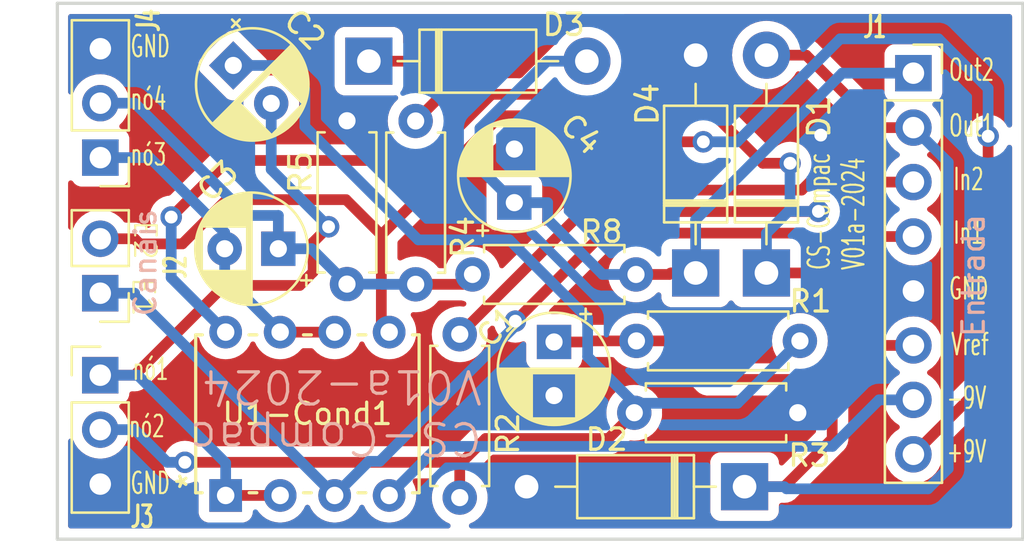
<source format=kicad_pcb>
(kicad_pcb (version 20221018) (generator pcbnew)
  (layers (0 "F.Cu" signal) (31 "B.Cu" signal) (34 "B.Paste" user) (35 "F.Paste" user) (36 "B.SilkS" user "B.Silkscreen") (37 "F.SilkS" user "F.Silkscreen") (38 "B.Mask" user) (39 "F.Mask" user) (44 "Edge.Cuts" user))
  (net 0 "")
  (net 1 "Out_1")
  (net 2 "Earth")
  (net 3 "nó2")
  (net 4 "nó1")
  (net 5 "nó4")
  (net 6 "nó3")
  (net 7 "Out_2")
  (net 8 "Vref")
  (net 9 "Canal_2")
  (net 10 "Canal_1")
  (net 11 "-9V")
  (net 12 "+9V")
  (footprint "Connector_PinHeader_2.54mm:PinHeader_1x02_P2.54mm_Vertical" (layer "F.Cu") (at 124.1 98.625 180)
    (fp_text reference "J2" (at -3.5 1.225 270) (layer "F.SilkS") (effects (font (size 1 0.6))))
    (fp_text value "Canais" (at -2.1 1.425 270) (layer "B.SilkS"))
    (pad "1" thru_hole rect (at 0 0 180) (size 1.7 1.7) (drill 1) (layers "*.Cu" "*.Mask") (net 10 "Canal_1"))
    (pad "2" thru_hole oval (at 0 2.54 180) (size 1.7 1.7) (drill 1) (layers "*.Cu" "*.Mask") (net 9 "Canal_2"))
  )
  (footprint "Capacitor_THT:CP_Radial_D5.0mm_P2.50mm" (layer "F.Cu") (at 132.4 96.55 180)
    (fp_text reference "C3" (at 2.825 3.15 45) (layer "F.SilkS"))
    (fp_text value "1 uF")
    (pad "1" thru_hole rect (at 0 0 180) (size 1.6 1.6) (drill 0.8) (layers "*.Cu" "*.Mask") (net 5 "nó4"))
    (pad "2" thru_hole circle (at 2.5 0 180) (size 1.6 1.6) (drill 0.8) (layers "*.Cu" "*.Mask") (net 6 "nó3"))
  )
  (footprint "Resistor_THT:R_Axial_DIN0207_L6.3mm_D2.5mm_P7.62mm_Horizontal" (layer "F.Cu") (at 135.6 98.2 90)
    (fp_text reference "R5" (at 5.225 -2.175 90) (layer "F.SilkS"))
    (fp_text value "100k")
    (pad "1" thru_hole circle (at 0 0 90) (size 1.6 1.6) (drill 0.8) (layers "*.Cu" "*.Mask") (net 5 "nó4"))
    (pad "2" thru_hole oval (at 7.62 0 90) (size 1.6 1.6) (drill 0.8) (layers "*.Cu" "*.Mask") (net 2 "Earth"))
  )
  (footprint "Connector_PinHeader_2.54mm:PinHeader_1x03_P2.54mm_Vertical" (layer "F.Cu") (at 124.1 102.45)
    (fp_text reference "J3" (at 1.95 6.6) (layer "F.SilkS") (effects (font (size 1 0.6))))
    (fp_text value "Conn_01x03")
    (pad "1" thru_hole rect (at 0 0) (size 1.7 1.7) (drill 1) (layers "*.Cu" "*.Mask") (net 4 "nó1"))
    (pad "2" thru_hole oval (at 0 2.54) (size 1.7 1.7) (drill 1) (layers "*.Cu" "*.Mask") (net 3 "nó2"))
    (pad "3" thru_hole oval (at 0 5.08) (size 1.7 1.7) (drill 1) (layers "*.Cu" "*.Mask") (net 2 "Earth"))
  )
  (footprint "Resistor_THT:R_Axial_DIN0207_L6.3mm_D2.5mm_P7.62mm_Horizontal" (layer "F.Cu") (at 156.71 100.85 180)
    (fp_text reference "R1" (at -0.49 1.85) (layer "F.SilkS"))
    (fp_text value "220")
    (pad "1" thru_hole circle (at 0 0 180) (size 1.6 1.6) (drill 0.8) (layers "*.Cu" "*.Mask") (net 3 "nó2"))
    (pad "2" thru_hole oval (at 7.62 0 180) (size 1.6 1.6) (drill 0.8) (layers "*.Cu" "*.Mask") (net 1 "Out_1"))
  )
  (footprint "Connector_PinHeader_2.54mm:PinHeader_1x03_P2.54mm_Vertical" (layer "F.Cu") (at 124.105 92.3 180)
    (fp_text reference "J4" (at -2.245 6.4 90) (layer "F.SilkS") (effects (font (size 1 0.6))))
    (fp_text value "Conn_01x03")
    (pad "1" thru_hole rect (at 0 0 180) (size 1.7 1.7) (drill 1) (layers "*.Cu" "*.Mask") (net 6 "nó3"))
    (pad "2" thru_hole oval (at 0 2.54 180) (size 1.7 1.7) (drill 1) (layers "*.Cu" "*.Mask") (net 5 "nó4"))
    (pad "3" thru_hole oval (at 0 5.08 180) (size 1.7 1.7) (drill 1) (layers "*.Cu" "*.Mask") (net 2 "Earth"))
  )
  (footprint "AD828:N_8_ADI" (layer "F.Cu") (at 129.9451 108.06 90)
    (fp_text reference "U1-Cond1" (at 3.81 3.81 unlocked) (layer "F.SilkS"))
    (fp_text value "AD828AN")
    (fp_text user "*" (at 0.66 -1.74 90) (layer "F.SilkS"))
    (pad "1" thru_hole rect (at 0 0 90) (size 1.524 1.524) (drill 0.8128) (layers "*.Cu" "*.Mask") (net 4 "nó1"))
    (pad "2" thru_hole circle (at 0 2.54 90) (size 1.524 1.524) (drill 0.8128) (layers "*.Cu" "*.Mask") (net 4 "nó1"))
    (pad "3" thru_hole circle (at 0 5.08 90) (size 1.524 1.524) (drill 0.8128) (layers "*.Cu" "*.Mask") (net 10 "Canal_1"))
    (pad "4" thru_hole circle (at 0 7.62 90) (size 1.524 1.524) (drill 0.8128) (layers "*.Cu" "*.Mask") (net 11 "-9V"))
    (pad "5" thru_hole circle (at 7.62 7.62 90) (size 1.524 1.524) (drill 0.8128) (layers "*.Cu" "*.Mask") (net 9 "Canal_2"))
    (pad "6" thru_hole circle (at 7.62 5.08 90) (size 1.524 1.524) (drill 0.8128) (layers "*.Cu" "*.Mask") (net 6 "nó3"))
    (pad "7" thru_hole circle (at 7.62 2.54 90) (size 1.524 1.524) (drill 0.8128) (layers "*.Cu" "*.Mask") (net 6 "nó3"))
    (pad "8" thru_hole circle (at 7.62 0 90) (size 1.524 1.524) (drill 0.8128) (layers "*.Cu" "*.Mask") (net 12 "+9V"))
  )
  (footprint "Diode_THT:D_DO-41_SOD81_P10.16mm_Horizontal" (layer "F.Cu") (at 154.13 107.65 180)
    (fp_text reference "D2" (at 6.43 2.2) (layer "F.SilkS"))
    (fp_text value "1N5819")
    (pad "1" thru_hole rect (at 0 0 180) (size 2.2 2.2) (drill 1.1) (layers "*.Cu" "*.Mask") (net 1 "Out_1"))
    (pad "2" thru_hole oval (at 10.16 0 180) (size 2.2 2.2) (drill 1.1) (layers "*.Cu" "*.Mask") (net 2 "Earth"))
  )
  (footprint "Capacitor_THT:CP_Radial_D5.0mm_P2.50mm" (layer "F.Cu") (at 143.4 94.4 90)
    (fp_text reference "C4" (at 3.2 3.1 135) (layer "F.SilkS"))
    (fp_text value "470 pF")
    (pad "1" thru_hole rect (at 0 0 90) (size 1.6 1.6) (drill 0.8) (layers "*.Cu" "*.Mask") (net 7 "Out_2"))
    (pad "2" thru_hole circle (at 2.5 0 90) (size 1.6 1.6) (drill 0.8) (layers "*.Cu" "*.Mask") (net 2 "Earth"))
  )
  (footprint "Diode_THT:D_DO-41_SOD81_P10.16mm_Horizontal" (layer "F.Cu") (at 151.85 97.68 90)
    (fp_text reference "D4" (at 7.88 -2.25 90) (layer "F.SilkS"))
    (fp_text value "1N5819")
    (pad "1" thru_hole rect (at 0 0 90) (size 2.2 2.2) (drill 1.1) (layers "*.Cu" "*.Mask") (net 7 "Out_2"))
    (pad "2" thru_hole oval (at 10.16 0 90) (size 2.2 2.2) (drill 1.1) (layers "*.Cu" "*.Mask") (net 2 "Earth"))
  )
  (footprint "Capacitor_THT:CP_Radial_D5.0mm_P2.50mm" (layer "F.Cu") (at 145.25 100.9 -90)
    (fp_text reference "C1" (at -0.7 2.65 -135) (layer "F.SilkS"))
    (fp_text value "470 pF")
    (pad "1" thru_hole rect (at 0 0 270) (size 1.6 1.6) (drill 0.8) (layers "*.Cu" "*.Mask") (net 1 "Out_1"))
    (pad "2" thru_hole circle (at 2.5 0 270) (size 1.6 1.6) (drill 0.8) (layers "*.Cu" "*.Mask") (net 2 "Earth"))
  )
  (footprint "Diode_THT:D_DO-41_SOD81_P10.16mm_Horizontal" (layer "F.Cu") (at 136.62 87.8)
    (fp_text reference "D3" (at 9.08 -1.7) (layer "F.SilkS"))
    (fp_text value "1N5819")
    (pad "1" thru_hole rect (at 0 0) (size 2.2 2.2) (drill 1.1) (layers "*.Cu" "*.Mask") (net 8 "Vref"))
    (pad "2" thru_hole oval (at 10.16 0) (size 2.2 2.2) (drill 1.1) (layers "*.Cu" "*.Mask") (net 7 "Out_2"))
  )
  (footprint "Resistor_THT:R_Axial_DIN0207_L6.3mm_D2.5mm_P7.62mm_Horizontal" (layer "F.Cu") (at 140.8551 100.54 -90)
    (fp_text reference "R2" (at 4.635 -2.244887 90) (layer "F.SilkS"))
    (fp_text value "100k")
    (pad "1" thru_hole circle (at 0 0 270) (size 1.6 1.6) (drill 0.8) (layers "*.Cu" "*.Mask") (net 8 "Vref"))
    (pad "2" thru_hole oval (at 7.62 0 270) (size 1.6 1.6) (drill 0.8) (layers "*.Cu" "*.Mask") (net 3 "nó2"))
  )
  (footprint "Resistor_THT:R_Axial_DIN0207_L6.3mm_D2.5mm_P7.62mm_Horizontal" (layer "F.Cu") (at 141.45 97.75)
    (fp_text reference "R8" (at 6.01 -2) (layer "F.SilkS"))
    (fp_text value "220")
    (pad "1" thru_hole circle (at 0 0) (size 1.6 1.6) (drill 0.8) (layers "*.Cu" "*.Mask") (net 5 "nó4"))
    (pad "2" thru_hole oval (at 7.62 0) (size 1.6 1.6) (drill 0.8) (layers "*.Cu" "*.Mask") (net 7 "Out_2"))
  )
  (footprint "Resistor_THT:R_Axial_DIN0207_L6.3mm_D2.5mm_P7.62mm_Horizontal" (layer "F.Cu") (at 138.8 90.59 -90)
    (fp_text reference "R4" (at 5.41 -2.2 90) (layer "F.SilkS"))
    (fp_text value "100k")
    (pad "1" thru_hole circle (at 0 0 270) (size 1.6 1.6) (drill 0.8) (layers "*.Cu" "*.Mask") (net 8 "Vref"))
    (pad "2" thru_hole oval (at 7.62 0 270) (size 1.6 1.6) (drill 0.8) (layers "*.Cu" "*.Mask") (net 5 "nó4"))
  )
  (footprint "Connector_PinSocket_2.54mm:PinSocket_1x08_P2.54mm_Vertical" (layer "F.Cu") (at 162 88.36)
    (fp_text reference "J1" (at -1.8 -2.16) (layer "F.SilkS") (effects (font (size 1 0.6))))
    (fp_text value "Entrada" (at 2.8 9.44 90) (layer "B.SilkS"))
    (pad "1" thru_hole rect (at 0 0) (size 1.7 1.7) (drill 1) (layers "*.Cu" "*.Mask") (net 7 "Out_2"))
    (pad "2" thru_hole oval (at 0 2.54) (size 1.7 1.7) (drill 1) (layers "*.Cu" "*.Mask") (net 1 "Out_1"))
    (pad "3" thru_hole oval (at 0 5.08) (size 1.7 1.7) (drill 1) (layers "*.Cu" "*.Mask") (net 9 "Canal_2"))
    (pad "4" thru_hole oval (at 0 7.62) (size 1.7 1.7) (drill 1) (layers "*.Cu" "*.Mask") (net 10 "Canal_1"))
    (pad "5" thru_hole oval (at 0 10.16) (size 1.7 1.7) (drill 1) (layers "*.Cu" "*.Mask") (net 2 "Earth"))
    (pad "6" thru_hole oval (at 0 12.7) (size 1.7 1.7) (drill 1) (layers "*.Cu" "*.Mask") (net 8 "Vref"))
    (pad "7" thru_hole oval (at 0 15.24) (size 1.7 1.7) (drill 1) (layers "*.Cu" "*.Mask") (net 11 "-9V"))
    (pad "8" thru_hole oval (at 0 17.78) (size 1.7 1.7) (drill 1) (layers "*.Cu" "*.Mask") (net 12 "+9V"))
  )
  (footprint "Capacitor_THT:CP_Radial_D5.0mm_P2.50mm" (layer "F.Cu") (at 130.3 88 -45)
    (fp_text reference "C2" (at 1.166726 -3.535534 -225) (layer "F.SilkS"))
    (fp_text value "1 uF")
    (pad "1" thru_hole rect (at 0 0 315) (size 1.6 1.6) (drill 0.8) (layers "*.Cu" "*.Mask") (net 3 "nó2"))
    (pad "2" thru_hole circle (at 2.5 0 315) (size 1.6 1.6) (drill 0.8) (layers "*.Cu" "*.Mask") (net 4 "nó1"))
  )
  (footprint "Diode_THT:D_DO-41_SOD81_P10.16mm_Horizontal" (layer "F.Cu") (at 155.15 97.68 90)
    (fp_text reference "D1" (at 7.28 2.45 90) (layer "F.SilkS"))
    (fp_text value "1N5819")
    (pad "1" thru_hole rect (at 0 0 90) (size 2.2 2.2) (drill 1.1) (layers "*.Cu" "*.Mask") (net 8 "Vref"))
    (pad "2" thru_hole oval (at 10.16 0 90) (size 2.2 2.2) (drill 1.1) (layers "*.Cu" "*.Mask") (net 1 "Out_1"))
  )
  (footprint "Resistor_THT:R_Axial_DIN0207_L6.3mm_D2.5mm_P7.62mm_Horizontal" (layer "F.Cu") (at 148.99 104.2)
    (fp_text reference "R3" (at 8.16 2) (layer "F.SilkS"))
    (fp_text value "100k")
    (pad "1" thru_hole circle (at 0 0) (size 1.6 1.6) (drill 0.8) (layers "*.Cu" "*.Mask") (net 3 "nó2"))
    (pad "2" thru_hole oval (at 7.62 0) (size 1.6 1.6) (drill 0.8) (layers "*.Cu" "*.Mask") (net 2 "Earth"))
  )
  (gr_line (start 122.1 85.1) (end 167.1 85.1) (stroke (width 0.15)) (layer "Edge.Cuts"))
  (gr_line (start 167.1 85.1) (end 167.1 110.1) (stroke (width 0.15)) (layer "Edge.Cuts"))
  (gr_line (start 122.1 110.1) (end 167.1 110.1) (stroke (width 0.15)) (layer "Edge.Cuts"))
  (gr_line (start 122.1 85.1) (end 122.1 110.1) (stroke (width 0.15)) (layer "Edge.Cuts"))
  (gr_text "CS-Compac\nV01a-2024" (at 142 102.1 180) (layer "B.SilkS") (effects (font (size 1.5 1.5)) (justify left bottom)))
  (gr_text "GND" (at 163.6 99) (layer "F.SilkS") (effects (font (size 1 0.6) (thickness 0.1)) (justify left bottom)))
  (gr_text "Out1" (at 163.6 91.4) (layer "F.SilkS") (effects (font (size 1 0.6) (thickness 0.1)) (justify left bottom)))
  (gr_text "GND" (at 125.45 87.7) (layer "F.SilkS") (effects (font (size 1 0.6) (thickness 0.1)) (justify left bottom)))
  (gr_text "CS-Compac\nV01a-2024" (at 159.8 97.6 90) (layer "F.SilkS") (effects (font (size 1 0.6) (thickness 0.1) bold) (justify left bottom)))
  (gr_text "nó2" (at 125.375 105.425) (layer "F.SilkS") (effects (font (size 1 0.6) (thickness 0.1)) (justify left bottom)))
  (gr_text "In1\n" (at 163.8 96.4) (layer "F.SilkS") (effects (font (size 1 0.6) (thickness 0.1)) (justify left bottom)))
  (gr_text "E2" (at 125.6 95.15 -90) (layer "F.SilkS") (effects (font (size 1 1) (thickness 0.1)) (justify left bottom)))
  (gr_text "In2\n" (at 163.8 93.9) (layer "F.SilkS") (effects (font (size 1 0.6) (thickness 0.1)) (justify left bottom)))
  (gr_text "nó4\n" (at 125.45 90.15) (layer "F.SilkS") (effects (font (size 1 0.6) (thickness 0.1)) (justify left bottom)))
  (gr_text "+9V" (at 163.5 106.6) (layer "F.SilkS") (effects (font (size 1 0.6) (thickness 0.1)) (justify left bottom)))
  (gr_text "nó3" (at 125.45 92.75) (layer "F.SilkS") (effects (font (size 1 0.6) (thickness 0.1)) (justify left bottom)))
  (gr_text "Vref" (at 163.7 101.6) (layer "F.SilkS") (effects (font (size 1 0.6) (thickness 0.1)) (justify left bottom)))
  (gr_text "E1" (at 125.525 97.8 -90) (layer "F.SilkS") (effects (font (size 1 1) (thickness 0.1)) (justify left bottom)))
  (gr_text "Out2" (at 163.6 88.8) (layer "F.SilkS") (effects (font (size 1 0.6) (thickness 0.1)) (justify left bottom)))
  (gr_text "GND" (at 125.45 108.075) (layer "F.SilkS") (effects (font (size 1 0.6) (thickness 0.1)) (justify left bottom)))
  (gr_text "nó1\n" (at 125.55 102.75) (layer "F.SilkS") (effects (font (size 1 0.6) (thickness 0.1)) (justify left bottom)))
  (gr_text "-9V" (at 163.5 104.1) (layer "F.SilkS") (effects (font (size 1 0.6) (thickness 0.1)) (justify left bottom)))
  (segment (start 155.9819 107.65) (end 158.2148 105.4171) (width 0.5) (layer "F.Cu") (net 1))
  (segment (start 152.44 102.6481) (end 150.6419 100.85) (width 0.5) (layer "F.Cu") (net 1))
  (segment (start 146.8519 100.85) (end 149.09 100.85) (width 0.5) (layer "F.Cu") (net 1))
  (segment (start 158.2148 103.5562) (end 157.3067 102.6481) (width 0.5) (layer "F.Cu") (net 1))
  (segment (start 146.8019 100.9) (end 146.8519 100.85) (width 0.5) (layer "F.Cu") (net 1))
  (segment (start 149.09 100.85) (end 150.6419 100.85) (width 0.5) (layer "F.Cu") (net 1))
  (segment (start 157.3067 102.6481) (end 152.44 102.6481) (width 0.5) (layer "F.Cu") (net 1))
  (segment (start 155.15 87.52) (end 157.0019 87.52) (width 0.5) (layer "F.Cu") (net 1))
  (segment (start 158.2148 105.4171) (end 158.2148 103.5562) (width 0.5) (layer "F.Cu") (net 1))
  (segment (start 162 90.9) (end 160.3981 90.9) (width 0.5) (layer "F.Cu") (net 1))
  (segment (start 145.25 100.9) (end 146.8019 100.9) (width 0.5) (layer "F.Cu") (net 1))
  (segment (start 160.3819 90.9) (end 160.3981 90.9) (width 0.5) (layer "F.Cu") (net 1))
  (segment (start 154.13 107.65) (end 155.9819 107.65) (width 0.5) (layer "F.Cu") (net 1))
  (segment (start 157.0019 87.52) (end 160.3819 90.9) (width 0.5) (layer "F.Cu") (net 1))
  (segment (start 163.6226 92.5226) (end 162 90.9) (width 0.5) (layer "B.Cu") (net 1))
  (segment (start 156.0814 107.7495) (end 162.678 107.7495) (width 0.5) (layer "B.Cu") (net 1))
  (segment (start 162.678 107.7495) (end 163.6226 106.8049) (width 0.5) (layer "B.Cu") (net 1))
  (segment (start 155.9819 107.65) (end 156.0814 107.7495) (width 0.5) (layer "B.Cu") (net 1))
  (segment (start 163.6226 106.8049) (end 163.6226 92.5226) (width 0.5) (layer "B.Cu") (net 1))
  (segment (start 154.13 107.65) (end 155.9819 107.65) (width 0.5) (layer "B.Cu") (net 1))
  (segment (start 147.8045 107.65) (end 150.5419 104.9126) (width 0.5) (layer "F.Cu") (net 2))
  (segment (start 155.0581 104.2) (end 150.5419 104.2) (width 0.5) (layer "F.Cu") (net 2))
  (segment (start 150.5419 104.9126) (end 150.5419 104.2) (width 0.5) (layer "F.Cu") (net 2))
  (segment (start 125.7019 107.53) (end 125.7019 107.0857) (width 0.5) (layer "F.Cu") (net 2))
  (segment (start 146.0019 102.6481) (end 145.25 103.4) (width 0.5) (layer "F.Cu") (net 2))
  (segment (start 149.669 102.6481) (end 146.0019 102.6481) (width 0.5) (layer "F.Cu") (net 2))
  (segment (start 143.97 107.65) (end 147.8045 107.65) (width 0.5) (layer "F.Cu") (net 2))
  (segment (start 155.5787 91.2487) (end 151.85 87.52) (width 0.5) (layer "F.Cu") (net 2))
  (segment (start 156.61 104.2) (end 155.0581 104.2) (width 0.5) (layer "F.Cu") (net 2))
  (segment (start 150.5419 104.2) (end 150.5419 103.521) (width 0.5) (layer "F.Cu") (net 2))
  (segment (start 135.6 90.58) (end 134.0481 90.58) (width 0.5) (layer "F.Cu") (net 2))
  (segment (start 125.7019 107.0857) (end 129.3876 103.4) (width 0.5) (layer "F.Cu") (net 2))
  (segment (start 157.6805 91.2487) (end 155.5787 91.2487) (width 0.5) (layer "F.Cu") (net 2))
  (segment (start 150.5419 103.521) (end 149.669 102.6481) (width 0.5) (layer "F.Cu") (net 2))
  (segment (start 124.105 87.22) (end 125.7069 87.22) (width 0.5) (layer "F.Cu") (net 2))
  (segment (start 134.0481 90.58) (end 133.3016 91.3265) (width 0.5) (layer "F.Cu") (net 2))
  (segment (start 129.8134 91.3265) (end 125.7069 87.22) (width 0.5) (layer "F.Cu") (net 2))
  (segment (start 129.3876 103.4) (end 145.25 103.4) (width 0.5) (layer "F.Cu") (net 2))
  (segment (start 133.3016 91.3265) (end 129.8134 91.3265) (width 0.5) (layer "F.Cu") (net 2))
  (segment (start 124.1 107.53) (end 125.7019 107.53) (width 0.5) (layer "F.Cu") (net 2))
  (via (at 157.6805 91.2487) (size 1) (drill 0.6) (layers "F.Cu" "B.Cu") (net 2))
  (segment (start 145.2942 85.9481) (end 140.3519 90.8904) (width 0.5) (layer "B.Cu") (net 2))
  (segment (start 135.6 90.58) (end 137.1519 90.58) (width 0.5) (layer "B.Cu") (net 2))
  (segment (start 149.4138 87.7851) (end 145.2989 91.9) (width 0.5) (layer "B.Cu") (net 2))
  (segment (start 156.61 104.2) (end 156.61 102.6481) (width 0.5) (layer "B.Cu") (net 2))
  (segment (start 137.1519 91.1426) (end 137.1519 90.58) (width 0.5) (layer "B.Cu") (net 2))
  (segment (start 139.4366 92.1796) (end 138.1889 92.1796) (width 0.5) (layer "B.Cu") (net 2))
  (segment (start 140.3519 91.2643) (end 139.4366 92.1796) (width 0.5) (layer "B.Cu") (net 2))
  (segment (start 149.6789 87.52) (end 149.4138 87.7851) (width 0.5) (layer "B.Cu") (net 2))
  (segment (start 138.1889 92.1796) (end 137.1519 91.1426) (width 0.5) (layer "B.Cu") (net 2))
  (segment (start 147.5768 85.9481) (end 145.2942 85.9481) (width 0.5) (layer "B.Cu") (net 2))
  (segment (start 149.4138 87.7851) (end 147.5768 85.9481) (width 0.5) (layer "B.Cu") (net 2))
  (segment (start 145.2989 91.9) (end 143.4 91.9) (width 0.5) (layer "B.Cu") (net 2))
  (segment (start 150.9241 87.52) (end 149.6789 87.52) (width 0.5) (layer "B.Cu") (net 2))
  (segment (start 162 98.52) (end 160.3981 98.52) (width 0.5) (layer "B.Cu") (net 2))
  (segment (start 140.3519 90.8904) (end 140.3519 91.2643) (width 0.5) (layer "B.Cu") (net 2))
  (segment (start 157.1726 102.6481) (end 160.3981 99.4226) (width 0.5) (layer "B.Cu") (net 2))
  (segment (start 160.3981 99.4226) (end 160.3981 98.52) (width 0.5) (layer "B.Cu") (net 2))
  (segment (start 151.85 87.52) (end 150.9241 87.52) (width 0.5) (layer "B.Cu") (net 2))
  (segment (start 160.3981 98.52) (end 160.3981 93.9663) (width 0.5) (layer "B.Cu") (net 2))
  (segment (start 160.3981 93.9663) (end 157.6805 91.2487) (width 0.5) (layer "B.Cu") (net 2))
  (segment (start 156.61 102.6481) (end 157.1726 102.6481) (width 0.5) (layer "B.Cu") (net 2))
  (segment (start 128.0446 106.5135) (end 140.7605 106.5135) (width 0.5) (layer "F.Cu") (net 3))
  (segment (start 142.0594 105.4038) (end 147.7862 105.4038) (width 0.5) (layer "F.Cu") (net 3))
  (segment (start 147.7862 105.4038) (end 148.99 104.2) (width 0.5) (layer "F.Cu") (net 3))
  (segment (start 140.8551 108.16) (end 140.8551 106.6081) (width 0.5) (layer "F.Cu") (net 3))
  (segment (start 140.7605 106.5135) (end 140.8551 106.6081) (width 0.5) (layer "F.Cu") (net 3))
  (segment (start 140.8551 106.6081) (end 142.0594 105.4038) (width 0.5) (layer "F.Cu") (net 3))
  (via (at 128.0446 106.5135) (size 1) (drill 0.6) (layers "F.Cu" "B.Cu") (net 3))
  (segment (start 146.8163 101.5851) (end 146.8163 99.7856) (width 0.5) (layer "B.Cu") (net 3))
  (segment (start 133.6359 90.8495) (end 133.6359 89.1226) (width 0.5) (layer "B.Cu") (net 3))
  (segment (start 146.8163 99.7856) (end 143.1655 96.1348) (width 0.5) (layer "B.Cu") (net 3))
  (segment (start 143.1655 96.1348) (end 138.9212 96.1348) (width 0.5) (layer "B.Cu") (net 3))
  (segment (start 148.99 103.7588) (end 153.8012 103.7588) (width 0.5) (layer "B.Cu") (net 3))
  (segment (start 124.1 104.99) (end 125.7019 104.99) (width 0.5) (layer "B.Cu") (net 3))
  (segment (start 125.7019 104.99) (end 127.2254 106.5135) (width 0.5) (layer "B.Cu") (net 3))
  (segment (start 127.2254 106.5135) (end 128.0446 106.5135) (width 0.5) (layer "B.Cu") (net 3))
  (segment (start 148.99 103.7588) (end 146.8163 101.5851) (width 0.5) (layer "B.Cu") (net 3))
  (segment (start 153.8012 103.7588) (end 156.71 100.85) (width 0.5) (layer "B.Cu") (net 3))
  (segment (start 138.9212 96.1348) (end 133.6359 90.8495) (width 0.5) (layer "B.Cu") (net 3))
  (segment (start 132.5133 88) (end 130.3 88) (width 0.5) (layer "B.Cu") (net 3))
  (segment (start 133.6359 89.1226) (end 132.5133 88) (width 0.5) (layer "B.Cu") (net 3))
  (segment (start 148.99 104.2) (end 148.99 103.7588) (width 0.5) (layer "B.Cu") (net 3))
  (segment (start 133.3956 98.262) (end 129.8899 98.262) (width 0.5) (layer "F.Cu") (net 4))
  (segment (start 129.8899 98.262) (end 125.7019 102.45) (width 0.5) (layer "F.Cu") (net 4))
  (segment (start 129.9451 108.06) (end 132.4851 108.06) (width 0.5) (layer "F.Cu") (net 4))
  (segment (start 134.0207 97.6369) (end 133.3956 98.262) (width 0.5) (layer "F.Cu") (net 4))
  (segment (start 134.7416 95.5257) (end 134.0207 96.2466) (width 0.5) (layer "F.Cu") (net 4))
  (segment (start 134.0207 96.2466) (end 134.0207 97.6369) (width 0.5) (layer "F.Cu") (net 4))
  (segment (start 124.1 102.45) (end 125.7019 102.45) (width 0.5) (layer "F.Cu") (net 4))
  (via (at 134.7416 95.5257) (size 1) (drill 0.6) (layers "F.Cu" "B.Cu") (net 4))
  (segment (start 124.1 102.45) (end 125.849 102.45) (width 0.5) (layer "B.Cu") (net 4))
  (segment (start 132.0678 89.7678) (end 132.0678 92.8519) (width 0.5) (layer "B.Cu") (net 4))
  (segment (start 125.849 102.45) (end 129.9451 106.5461) (width 0.5) (layer "B.Cu") (net 4))
  (segment (start 132.0678 92.8519) (end 134.7416 95.5257) (width 0.5) (layer "B.Cu") (net 4))
  (segment (start 129.9451 108.06) (end 129.9451 106.5461) (width 0.5) (layer "B.Cu") (net 4))
  (segment (start 140.99 98.21) (end 141.45 97.75) (width 0.5) (layer "F.Cu") (net 5))
  (segment (start 138.8 98.21) (end 140.99 98.21) (width 0.5) (layer "F.Cu") (net 5))
  (segment (start 130.945 94.9981) (end 132.4 94.9981) (width 0.5) (layer "B.Cu") (net 5))
  (segment (start 133.9519 96.5519) (end 133.9519 96.55) (width 0.5) (layer "B.Cu") (net 5))
  (segment (start 132.4 96.55) (end 132.4 94.9981) (width 0.5) (layer "B.Cu") (net 5))
  (segment (start 137.2481 98.21) (end 137.2381 98.2) (width 0.5) (layer "B.Cu") (net 5))
  (segment (start 135.6 98.2) (end 133.9519 96.5519) (width 0.5) (layer "B.Cu") (net 5))
  (segment (start 124.105 89.76) (end 125.7069 89.76) (width 0.5) (layer "B.Cu") (net 5))
  (segment (start 137.2381 98.2) (end 135.6 98.2) (width 0.5) (layer "B.Cu") (net 5))
  (segment (start 125.7069 89.76) (end 130.945 94.9981) (width 0.5) (layer "B.Cu") (net 5))
  (segment (start 138.8 98.21) (end 137.2481 98.21) (width 0.5) (layer "B.Cu") (net 5))
  (segment (start 132.4 96.55) (end 133.9519 96.55) (width 0.5) (layer "B.Cu") (net 5))
  (segment (start 135.0251 100.44) (end 132.4851 100.44) (width 0.5) (layer "F.Cu") (net 6))
  (segment (start 129.9 95.7958) (end 129.9 96.55) (width 0.5) (layer "B.Cu") (net 6))
  (segment (start 124.105 92.3) (end 125.7069 92.3) (width 0.5) (layer "B.Cu") (net 6))
  (segment (start 125.7069 92.3) (end 126.4042 92.3) (width 0.5) (layer "B.Cu") (net 6))
  (segment (start 132.4851 100.44) (end 129.9 97.8549) (width 0.5) (layer "B.Cu") (net 6))
  (segment (start 129.9 97.8549) (end 129.9 96.55) (width 0.5) (layer "B.Cu") (net 6))
  (segment (start 126.4042 92.3) (end 129.9 95.7958) (width 0.5) (layer "B.Cu") (net 6))
  (segment (start 149.07 97.75) (end 150.6219 97.75) (width 0.5) (layer "F.Cu") (net 7))
  (segment (start 151.85 97.68) (end 150.6919 97.68) (width 0.5) (layer "F.Cu") (net 7))
  (segment (start 150.6919 97.68) (end 150.6219 97.75) (width 0.5) (layer "F.Cu") (net 7))
  (segment (start 141.7991 90.929) (end 144.9281 87.8) (width 0.5) (layer "B.Cu") (net 7))
  (segment (start 144.9519 95.1838) (end 144.9519 94.4) (width 0.5) (layer "B.Cu") (net 7))
  (segment (start 143.4 94.4) (end 144.9519 94.4) (width 0.5) (layer "B.Cu") (net 7))
  (segment (start 143.4 94.4) (end 141.7991 92.7991) (width 0.5) (layer "B.Cu") (net 7))
  (segment (start 151.85 95.1913) (end 151.85 97.68) (width 0.5) (layer "B.Cu") (net 7))
  (segment (start 149.07 97.75) (end 147.5181 97.75) (width 0.5) (layer "B.Cu") (net 7))
  (segment (start 162 88.36) (end 160.3981 88.36) (width 0.5) (layer "B.Cu") (net 7))
  (segment (start 141.7991 92.7991) (end 141.7991 90.929) (width 0.5) (layer "B.Cu") (net 7))
  (segment (start 160.3981 88.36) (end 158.6813 88.36) (width 0.5) (layer "B.Cu") (net 7))
  (segment (start 158.6813 88.36) (end 151.85 95.1913) (width 0.5) (layer "B.Cu") (net 7))
  (segment (start 147.5181 97.75) (end 144.9519 95.1838) (width 0.5) (layer "B.Cu") (net 7))
  (segment (start 146.78 87.8) (end 144.9281 87.8) (width 0.5) (layer "B.Cu") (net 7))
  (segment (start 140.1222 89.2678) (end 140.031 89.359) (width 0.5) (layer "F.Cu") (net 8))
  (segment (start 140.031 89.359) (end 138.4719 87.8) (width 0.5) (layer "F.Cu") (net 8))
  (segment (start 143.6168 88.3443) (end 141.9271 88.3443) (width 0.5) (layer "F.Cu") (net 8))
  (segment (start 152.7263 90.3103) (end 152.578 90.3103) (width 0.5) (layer "F.Cu") (net 8))
  (segment (start 156.2492 92.5626) (end 154.9786 92.5626) (width 0.5) (layer "F.Cu") (net 8))
  (segment (start 160.3981 101.06) (end 157.0181 97.68) (width 0.5) (layer "F.Cu") (net 8))
  (segment (start 138.8 90.59) (end 140.031 89.359) (width 0.5) (layer "F.Cu") (net 8))
  (segment (start 136.62 87.8) (end 138.4719 87.8) (width 0.5) (layer "F.Cu") (net 8))
  (segment (start 152.578 90.3103) (end 152.5374 90.2697) (width 0.5) (layer "F.Cu") (net 8))
  (segment (start 141.9271 88.3443) (end 141.0036 89.2678) (width 0.5) (layer "F.Cu") (net 8))
  (segment (start 157.5718 94.8068) (end 157.5621 94.8165) (width 0.5) (layer "F.Cu") (net 8))
  (segment (start 154.9786 92.5626) (end 152.7263 90.3103) (width 0.5) (layer "F.Cu") (net 8))
  (segment (start 141.0036 89.2678) (end 140.1222 89.2678) (width 0.5) (layer "F.Cu") (net 8))
  (segment (start 151.8686 90.2697) (end 147.547 85.9481) (width 0.5) (layer "F.Cu") (net 8))
  (segment (start 146.5786 94.8165) (end 140.8551 100.54) (width 0.5) (layer "F.Cu") (net 8))
  (segment (start 152.5374 90.2697) (end 151.8686 90.2697) (width 0.5) (layer "F.Cu") (net 8))
  (segment (start 147.547 85.9481) (end 146.013 85.9481) (width 0.5) (layer "F.Cu") (net 8))
  (segment (start 157.0181 97.68) (end 155.15 97.68) (width 0.5) (layer "F.Cu") (net 8))
  (segment (start 157.5621 94.8165) (end 146.5786 94.8165) (width 0.5) (layer "F.Cu") (net 8))
  (segment (start 146.013 85.9481) (end 143.6168 88.3443) (width 0.5) (layer "F.Cu") (net 8))
  (segment (start 162 101.06) (end 160.3981 101.06) (width 0.5) (layer "F.Cu") (net 8))
  (via (at 156.2492 92.5626) (size 1) (drill 0.6) (layers "F.Cu" "B.Cu") (net 8))
  (via (at 157.5718 94.8068) (size 1) (drill 0.6) (layers "F.Cu" "B.Cu") (net 8))
  (segment (start 156.1713 94.8068) (end 156.2492 94.8068) (width 0.5) (layer "B.Cu") (net 8))
  (segment (start 156.2492 94.8068) (end 157.5718 94.8068) (width 0.5) (layer "B.Cu") (net 8))
  (segment (start 155.15 97.68) (end 155.15 95.8281) (width 0.5) (layer "B.Cu") (net 8))
  (segment (start 156.2492 94.8068) (end 156.2492 92.5626) (width 0.5) (layer "B.Cu") (net 8))
  (segment (start 155.15 95.8281) (end 156.1713 94.8068) (width 0.5) (layer "B.Cu") (net 8))
  (segment (start 147.5093 93.8146) (end 144.0428 90.3481) (width 0.5) (layer "F.Cu") (net 9))
  (segment (start 137.2 95.9054) (end 135.5553 94.2607) (width 0.5) (layer "F.Cu") (net 9))
  (segment (start 144.0428 90.3481) (end 142.7573 90.3481) (width 0.5) (layer "F.Cu") (net 9))
  (segment (start 127.9246 96.3245) (end 125.9414 96.3245) (width 0.5) (layer "F.Cu") (net 9))
  (segment (start 162 93.44) (end 160.3981 93.44) (width 0.5) (layer "F.Cu") (net 9))
  (segment (start 135.5553 94.2607) (end 129.9884 94.2607) (width 0.5) (layer "F.Cu") (net 9))
  (segment (start 137.2 100.0749) (end 137.5651 100.44) (width 0.5) (layer "F.Cu") (net 9))
  (segment (start 129.9884 94.2607) (end 127.9246 96.3245) (width 0.5) (layer "F.Cu") (net 9))
  (segment (start 125.9414 96.3245) (end 125.7019 96.085) (width 0.5) (layer "F.Cu") (net 9))
  (segment (start 156.7935 93.8146) (end 147.5093 93.8146) (width 0.5) (layer "F.Cu") (net 9))
  (segment (start 142.7573 90.3481) (end 137.2 95.9054) (width 0.5) (layer "F.Cu") (net 9))
  (segment (start 157.1681 93.44) (end 156.7935 93.8146) (width 0.5) (layer "F.Cu") (net 9))
  (segment (start 137.2 95.9054) (end 137.2 100.0749) (width 0.5) (layer "F.Cu") (net 9))
  (segment (start 124.1 96.085) (end 125.7019 96.085) (width 0.5) (layer "F.Cu") (net 9))
  (segment (start 160.3981 93.44) (end 157.1681 93.44) (width 0.5) (layer "F.Cu") (net 9))
  (segment (start 156.8145 95.82) (end 157.0532 96.0587) (width 0.5) (layer "F.Cu") (net 10))
  (segment (start 162 95.98) (end 160.3981 95.98) (width 0.5) (layer "F.Cu") (net 10))
  (segment (start 160.3194 96.0587) (end 160.3981 95.98) (width 0.5) (layer "F.Cu") (net 10))
  (segment (start 143.4479 99.9281) (end 147.556 95.82) (width 0.5) (layer "F.Cu") (net 10))
  (segment (start 147.556 95.82) (end 156.8145 95.82) (width 0.5) (layer "F.Cu") (net 10))
  (segment (start 157.0532 96.0587) (end 160.3194 96.0587) (width 0.5) (layer "F.Cu") (net 10))
  (via (at 143.4479 99.9281) (size 1) (drill 0.6) (layers "F.Cu" "B.Cu") (net 10))
  (segment (start 125.7019 98.7368) (end 125.7019 98.625) (width 0.5) (layer "B.Cu") (net 10))
  (segment (start 124.1 98.625) (end 125.7019 98.625) (width 0.5) (layer "B.Cu") (net 10))
  (segment (start 135.0251 108.06) (end 125.7019 98.7368) (width 0.5) (layer "B.Cu") (net 10))
  (segment (start 143.4479 100.1466) (end 143.4479 99.9281) (width 0.5) (layer "B.Cu") (net 10))
  (segment (start 135.0251 108.06) (end 136.6169 106.4682) (width 0.5) (layer "B.Cu") (net 10))
  (segment (start 137.1263 106.4682) (end 143.4479 100.1466) (width 0.5) (layer "B.Cu") (net 10))
  (segment (start 136.6169 106.4682) (end 137.1263 106.4682) (width 0.5) (layer "B.Cu") (net 10))
  (segment (start 139.8548 105.7703) (end 137.5651 108.06) (width 0.5) (layer "B.Cu") (net 11))
  (segment (start 160.3981 103.6) (end 158.2278 105.7703) (width 0.5) (layer "B.Cu") (net 11))
  (segment (start 162 103.6) (end 160.3981 103.6) (width 0.5) (layer "B.Cu") (net 11))
  (segment (start 158.2278 105.7703) (end 139.8548 105.7703) (width 0.5) (layer "B.Cu") (net 11))
  (segment (start 162 106.14) (end 165.4813 102.6587) (width 0.5) (layer "F.Cu") (net 12))
  (segment (start 152.2076 91.5622) (end 147.0232 91.5622) (width 0.5) (layer "F.Cu") (net 12))
  (segment (start 139.2572 92.4313) (end 130.0473 92.4313) (width 0.5) (layer "F.Cu") (net 12))
  (segment (start 142.3423 89.3462) (end 139.2572 92.4313) (width 0.5) (layer "F.Cu") (net 12))
  (segment (start 144.8072 89.3462) (end 142.3423 89.3462) (width 0.5) (layer "F.Cu") (net 12))
  (segment (start 147.0232 91.5622) (end 144.8072 89.3462) (width 0.5) (layer "F.Cu") (net 12))
  (segment (start 165.4813 102.6587) (end 165.4813 91.3) (width 0.5) (layer "F.Cu") (net 12))
  (segment (start 130.0473 92.4313) (end 127.406 95.0726) (width 0.5) (layer "F.Cu") (net 12))
  (via (at 127.406 95.0726) (size 1) (drill 0.6) (layers "F.Cu" "B.Cu") (net 12))
  (via (at 152.2076 91.5622) (size 1) (drill 0.6) (layers "F.Cu" "B.Cu") (net 12))
  (via (at 165.4813 91.3) (size 1) (drill 0.6) (layers "F.Cu" "B.Cu") (net 12))
  (segment (start 153.7821 91.5622) (end 152.2076 91.5622) (width 0.5) (layer "B.Cu") (net 12))
  (segment (start 158.5862 86.7581) (end 153.7821 91.5622) (width 0.5) (layer "B.Cu") (net 12))
  (segment (start 165.4813 91.3) (end 165.4813 89.0706) (width 0.5) (layer "B.Cu") (net 12))
  (segment (start 165.4813 89.0706) (end 163.1688 86.7581) (width 0.5) (layer "B.Cu") (net 12))
  (segment (start 127.406 97.9009) (end 129.9451 100.44) (width 0.5) (layer "B.Cu") (net 12))
  (segment (start 127.406 95.0726) (end 127.406 97.9009) (width 0.5) (layer "B.Cu") (net 12))
  (segment (start 163.1688 86.7581) (end 158.5862 86.7581) (width 0.5) (layer "B.Cu") (net 12))
  (zone (net 2) (net_name "Earth") (layers "F&B.Cu") (connect_pads yes (clearance 0.5)) (min_thickness 0.25) (fill yes (thermal_gap 0.5) (thermal_bridge_width 0.5))
    (polygon (pts (xy 122.4 85.4) (xy 166.8 85.4) (xy 166.8 109.8) (xy 122.4 109.8)))
  )
)
</source>
